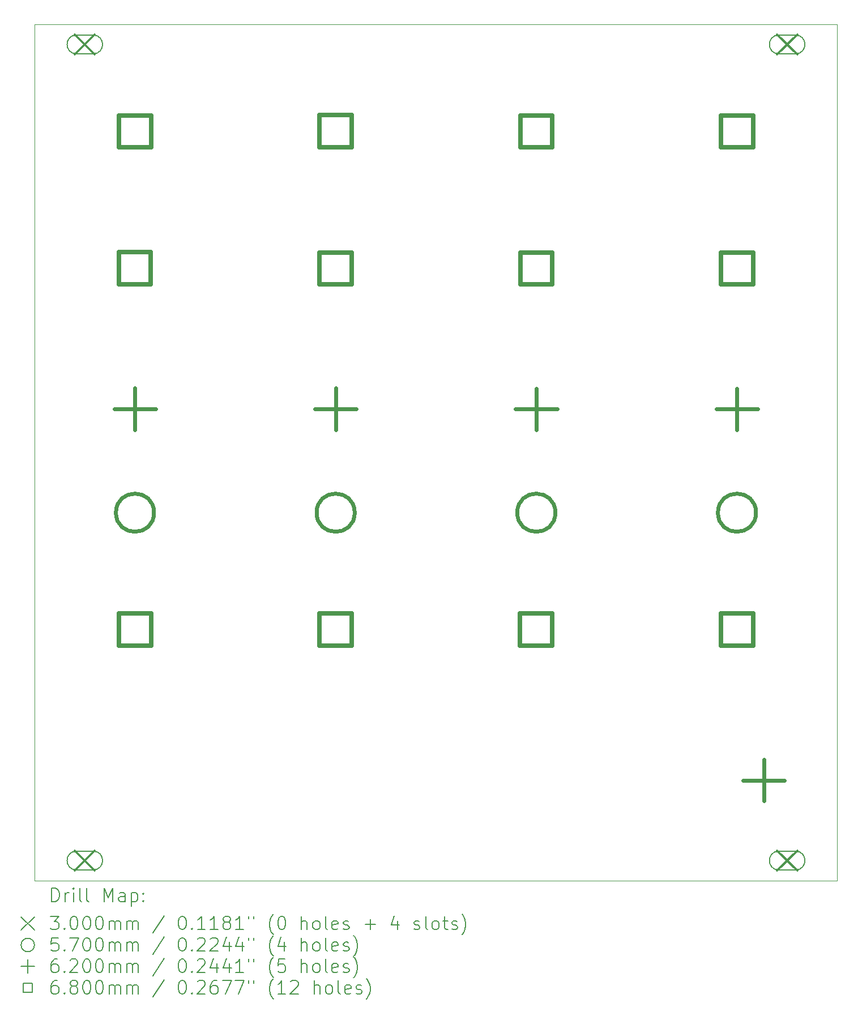
<source format=gbr>
%FSLAX45Y45*%
G04 Gerber Fmt 4.5, Leading zero omitted, Abs format (unit mm)*
G04 Created by KiCad (PCBNEW (6.0.1)) date 2022-09-12 08:21:26*
%MOMM*%
%LPD*%
G01*
G04 APERTURE LIST*
%TA.AperFunction,Profile*%
%ADD10C,0.050000*%
%TD*%
%ADD11C,0.200000*%
%ADD12C,0.300000*%
%ADD13C,0.570000*%
%ADD14C,0.620000*%
%ADD15C,0.680000*%
G04 APERTURE END LIST*
D10*
X5975000Y-2750000D02*
X5975000Y-15550000D01*
X5975000Y-2750000D02*
X17975000Y-2750000D01*
X17975000Y-2750000D02*
X17975000Y-15550000D01*
X17975000Y-15550000D02*
X5975000Y-15550000D01*
D11*
D12*
X6575000Y-2900000D02*
X6875000Y-3200000D01*
X6875000Y-2900000D02*
X6575000Y-3200000D01*
D11*
X6600000Y-3190000D02*
X6850000Y-3190000D01*
X6600000Y-2910000D02*
X6850000Y-2910000D01*
X6850000Y-3190000D02*
G75*
G03*
X6850000Y-2910000I0J140000D01*
G01*
X6600000Y-2910000D02*
G75*
G03*
X6600000Y-3190000I0J-140000D01*
G01*
D12*
X6575000Y-15100000D02*
X6875000Y-15400000D01*
X6875000Y-15100000D02*
X6575000Y-15400000D01*
D11*
X6600000Y-15390000D02*
X6850000Y-15390000D01*
X6600000Y-15110000D02*
X6850000Y-15110000D01*
X6850000Y-15390000D02*
G75*
G03*
X6850000Y-15110000I0J140000D01*
G01*
X6600000Y-15110000D02*
G75*
G03*
X6600000Y-15390000I0J-140000D01*
G01*
D12*
X17075000Y-2900000D02*
X17375000Y-3200000D01*
X17375000Y-2900000D02*
X17075000Y-3200000D01*
D11*
X17100000Y-3190000D02*
X17350000Y-3190000D01*
X17100000Y-2910000D02*
X17350000Y-2910000D01*
X17350000Y-3190000D02*
G75*
G03*
X17350000Y-2910000I0J140000D01*
G01*
X17100000Y-2910000D02*
G75*
G03*
X17100000Y-3190000I0J-140000D01*
G01*
D12*
X17075000Y-15100000D02*
X17375000Y-15400000D01*
X17375000Y-15100000D02*
X17075000Y-15400000D01*
D11*
X17100000Y-15390000D02*
X17350000Y-15390000D01*
X17100000Y-15110000D02*
X17350000Y-15110000D01*
X17350000Y-15390000D02*
G75*
G03*
X17350000Y-15110000I0J140000D01*
G01*
X17100000Y-15110000D02*
G75*
G03*
X17100000Y-15390000I0J-140000D01*
G01*
D13*
X7760000Y-10050000D02*
G75*
G03*
X7760000Y-10050000I-285000J0D01*
G01*
X10760000Y-10050000D02*
G75*
G03*
X10760000Y-10050000I-285000J0D01*
G01*
X13760000Y-10050000D02*
G75*
G03*
X13760000Y-10050000I-285000J0D01*
G01*
X16760000Y-10050000D02*
G75*
G03*
X16760000Y-10050000I-285000J0D01*
G01*
D14*
X7474159Y-8188890D02*
X7474159Y-8808890D01*
X7164159Y-8498890D02*
X7784159Y-8498890D01*
X10473923Y-8189293D02*
X10473923Y-8809293D01*
X10163923Y-8499293D02*
X10783923Y-8499293D01*
X13475000Y-8190000D02*
X13475000Y-8810000D01*
X13165000Y-8500000D02*
X13785000Y-8500000D01*
X16475000Y-8190000D02*
X16475000Y-8810000D01*
X16165000Y-8500000D02*
X16785000Y-8500000D01*
X16875000Y-13739764D02*
X16875000Y-14359764D01*
X16565000Y-14049764D02*
X17185000Y-14049764D01*
D15*
X7713264Y-6637659D02*
X7713264Y-6156822D01*
X7232427Y-6156822D01*
X7232427Y-6637659D01*
X7713264Y-6637659D01*
X7713871Y-4590250D02*
X7713871Y-4109412D01*
X7233033Y-4109412D01*
X7233033Y-4590250D01*
X7713871Y-4590250D01*
X7715419Y-12040419D02*
X7715419Y-11559581D01*
X7234581Y-11559581D01*
X7234581Y-12040419D01*
X7715419Y-12040419D01*
X10714882Y-6640318D02*
X10714882Y-6159480D01*
X10234045Y-6159480D01*
X10234045Y-6640318D01*
X10714882Y-6640318D01*
X10714925Y-12040049D02*
X10714925Y-11559211D01*
X10234088Y-11559211D01*
X10234088Y-12040049D01*
X10714925Y-12040049D01*
X10715351Y-4589510D02*
X10715351Y-4108673D01*
X10234514Y-4108673D01*
X10234514Y-4589510D01*
X10715351Y-4589510D01*
X13714443Y-12040082D02*
X13714443Y-11559245D01*
X13233606Y-11559245D01*
X13233606Y-12040082D01*
X13714443Y-12040082D01*
X13714679Y-4590284D02*
X13714679Y-4109447D01*
X13233842Y-4109447D01*
X13233842Y-4590284D01*
X13714679Y-4590284D01*
X13715216Y-6640049D02*
X13715216Y-6159211D01*
X13234379Y-6159211D01*
X13234379Y-6640049D01*
X13715216Y-6640049D01*
X16713936Y-12040318D02*
X16713936Y-11559480D01*
X16233099Y-11559480D01*
X16233099Y-12040318D01*
X16713936Y-12040318D01*
X16714072Y-4590217D02*
X16714072Y-4109380D01*
X16233235Y-4109380D01*
X16233235Y-4590217D01*
X16714072Y-4590217D01*
X16715295Y-6640172D02*
X16715295Y-6159335D01*
X16234458Y-6159335D01*
X16234458Y-6640172D01*
X16715295Y-6640172D01*
D11*
X6230119Y-15862976D02*
X6230119Y-15662976D01*
X6277738Y-15662976D01*
X6306309Y-15672500D01*
X6325357Y-15691548D01*
X6334881Y-15710595D01*
X6344405Y-15748690D01*
X6344405Y-15777262D01*
X6334881Y-15815357D01*
X6325357Y-15834405D01*
X6306309Y-15853452D01*
X6277738Y-15862976D01*
X6230119Y-15862976D01*
X6430119Y-15862976D02*
X6430119Y-15729643D01*
X6430119Y-15767738D02*
X6439643Y-15748690D01*
X6449167Y-15739167D01*
X6468214Y-15729643D01*
X6487262Y-15729643D01*
X6553928Y-15862976D02*
X6553928Y-15729643D01*
X6553928Y-15662976D02*
X6544405Y-15672500D01*
X6553928Y-15682024D01*
X6563452Y-15672500D01*
X6553928Y-15662976D01*
X6553928Y-15682024D01*
X6677738Y-15862976D02*
X6658690Y-15853452D01*
X6649167Y-15834405D01*
X6649167Y-15662976D01*
X6782500Y-15862976D02*
X6763452Y-15853452D01*
X6753928Y-15834405D01*
X6753928Y-15662976D01*
X7011071Y-15862976D02*
X7011071Y-15662976D01*
X7077738Y-15805833D01*
X7144405Y-15662976D01*
X7144405Y-15862976D01*
X7325357Y-15862976D02*
X7325357Y-15758214D01*
X7315833Y-15739167D01*
X7296786Y-15729643D01*
X7258690Y-15729643D01*
X7239643Y-15739167D01*
X7325357Y-15853452D02*
X7306309Y-15862976D01*
X7258690Y-15862976D01*
X7239643Y-15853452D01*
X7230119Y-15834405D01*
X7230119Y-15815357D01*
X7239643Y-15796309D01*
X7258690Y-15786786D01*
X7306309Y-15786786D01*
X7325357Y-15777262D01*
X7420595Y-15729643D02*
X7420595Y-15929643D01*
X7420595Y-15739167D02*
X7439643Y-15729643D01*
X7477738Y-15729643D01*
X7496786Y-15739167D01*
X7506309Y-15748690D01*
X7515833Y-15767738D01*
X7515833Y-15824881D01*
X7506309Y-15843928D01*
X7496786Y-15853452D01*
X7477738Y-15862976D01*
X7439643Y-15862976D01*
X7420595Y-15853452D01*
X7601548Y-15843928D02*
X7611071Y-15853452D01*
X7601548Y-15862976D01*
X7592024Y-15853452D01*
X7601548Y-15843928D01*
X7601548Y-15862976D01*
X7601548Y-15739167D02*
X7611071Y-15748690D01*
X7601548Y-15758214D01*
X7592024Y-15748690D01*
X7601548Y-15739167D01*
X7601548Y-15758214D01*
X5772500Y-16092500D02*
X5972500Y-16292500D01*
X5972500Y-16092500D02*
X5772500Y-16292500D01*
X6211071Y-16082976D02*
X6334881Y-16082976D01*
X6268214Y-16159167D01*
X6296786Y-16159167D01*
X6315833Y-16168690D01*
X6325357Y-16178214D01*
X6334881Y-16197262D01*
X6334881Y-16244881D01*
X6325357Y-16263928D01*
X6315833Y-16273452D01*
X6296786Y-16282976D01*
X6239643Y-16282976D01*
X6220595Y-16273452D01*
X6211071Y-16263928D01*
X6420595Y-16263928D02*
X6430119Y-16273452D01*
X6420595Y-16282976D01*
X6411071Y-16273452D01*
X6420595Y-16263928D01*
X6420595Y-16282976D01*
X6553928Y-16082976D02*
X6572976Y-16082976D01*
X6592024Y-16092500D01*
X6601548Y-16102024D01*
X6611071Y-16121071D01*
X6620595Y-16159167D01*
X6620595Y-16206786D01*
X6611071Y-16244881D01*
X6601548Y-16263928D01*
X6592024Y-16273452D01*
X6572976Y-16282976D01*
X6553928Y-16282976D01*
X6534881Y-16273452D01*
X6525357Y-16263928D01*
X6515833Y-16244881D01*
X6506309Y-16206786D01*
X6506309Y-16159167D01*
X6515833Y-16121071D01*
X6525357Y-16102024D01*
X6534881Y-16092500D01*
X6553928Y-16082976D01*
X6744405Y-16082976D02*
X6763452Y-16082976D01*
X6782500Y-16092500D01*
X6792024Y-16102024D01*
X6801548Y-16121071D01*
X6811071Y-16159167D01*
X6811071Y-16206786D01*
X6801548Y-16244881D01*
X6792024Y-16263928D01*
X6782500Y-16273452D01*
X6763452Y-16282976D01*
X6744405Y-16282976D01*
X6725357Y-16273452D01*
X6715833Y-16263928D01*
X6706309Y-16244881D01*
X6696786Y-16206786D01*
X6696786Y-16159167D01*
X6706309Y-16121071D01*
X6715833Y-16102024D01*
X6725357Y-16092500D01*
X6744405Y-16082976D01*
X6934881Y-16082976D02*
X6953928Y-16082976D01*
X6972976Y-16092500D01*
X6982500Y-16102024D01*
X6992024Y-16121071D01*
X7001548Y-16159167D01*
X7001548Y-16206786D01*
X6992024Y-16244881D01*
X6982500Y-16263928D01*
X6972976Y-16273452D01*
X6953928Y-16282976D01*
X6934881Y-16282976D01*
X6915833Y-16273452D01*
X6906309Y-16263928D01*
X6896786Y-16244881D01*
X6887262Y-16206786D01*
X6887262Y-16159167D01*
X6896786Y-16121071D01*
X6906309Y-16102024D01*
X6915833Y-16092500D01*
X6934881Y-16082976D01*
X7087262Y-16282976D02*
X7087262Y-16149643D01*
X7087262Y-16168690D02*
X7096786Y-16159167D01*
X7115833Y-16149643D01*
X7144405Y-16149643D01*
X7163452Y-16159167D01*
X7172976Y-16178214D01*
X7172976Y-16282976D01*
X7172976Y-16178214D02*
X7182500Y-16159167D01*
X7201548Y-16149643D01*
X7230119Y-16149643D01*
X7249167Y-16159167D01*
X7258690Y-16178214D01*
X7258690Y-16282976D01*
X7353928Y-16282976D02*
X7353928Y-16149643D01*
X7353928Y-16168690D02*
X7363452Y-16159167D01*
X7382500Y-16149643D01*
X7411071Y-16149643D01*
X7430119Y-16159167D01*
X7439643Y-16178214D01*
X7439643Y-16282976D01*
X7439643Y-16178214D02*
X7449167Y-16159167D01*
X7468214Y-16149643D01*
X7496786Y-16149643D01*
X7515833Y-16159167D01*
X7525357Y-16178214D01*
X7525357Y-16282976D01*
X7915833Y-16073452D02*
X7744405Y-16330595D01*
X8172976Y-16082976D02*
X8192024Y-16082976D01*
X8211071Y-16092500D01*
X8220595Y-16102024D01*
X8230119Y-16121071D01*
X8239643Y-16159167D01*
X8239643Y-16206786D01*
X8230119Y-16244881D01*
X8220595Y-16263928D01*
X8211071Y-16273452D01*
X8192024Y-16282976D01*
X8172976Y-16282976D01*
X8153928Y-16273452D01*
X8144405Y-16263928D01*
X8134881Y-16244881D01*
X8125357Y-16206786D01*
X8125357Y-16159167D01*
X8134881Y-16121071D01*
X8144405Y-16102024D01*
X8153928Y-16092500D01*
X8172976Y-16082976D01*
X8325357Y-16263928D02*
X8334881Y-16273452D01*
X8325357Y-16282976D01*
X8315833Y-16273452D01*
X8325357Y-16263928D01*
X8325357Y-16282976D01*
X8525357Y-16282976D02*
X8411071Y-16282976D01*
X8468214Y-16282976D02*
X8468214Y-16082976D01*
X8449167Y-16111548D01*
X8430119Y-16130595D01*
X8411071Y-16140119D01*
X8715833Y-16282976D02*
X8601548Y-16282976D01*
X8658690Y-16282976D02*
X8658690Y-16082976D01*
X8639643Y-16111548D01*
X8620595Y-16130595D01*
X8601548Y-16140119D01*
X8830119Y-16168690D02*
X8811071Y-16159167D01*
X8801548Y-16149643D01*
X8792024Y-16130595D01*
X8792024Y-16121071D01*
X8801548Y-16102024D01*
X8811071Y-16092500D01*
X8830119Y-16082976D01*
X8868214Y-16082976D01*
X8887262Y-16092500D01*
X8896786Y-16102024D01*
X8906310Y-16121071D01*
X8906310Y-16130595D01*
X8896786Y-16149643D01*
X8887262Y-16159167D01*
X8868214Y-16168690D01*
X8830119Y-16168690D01*
X8811071Y-16178214D01*
X8801548Y-16187738D01*
X8792024Y-16206786D01*
X8792024Y-16244881D01*
X8801548Y-16263928D01*
X8811071Y-16273452D01*
X8830119Y-16282976D01*
X8868214Y-16282976D01*
X8887262Y-16273452D01*
X8896786Y-16263928D01*
X8906310Y-16244881D01*
X8906310Y-16206786D01*
X8896786Y-16187738D01*
X8887262Y-16178214D01*
X8868214Y-16168690D01*
X9096786Y-16282976D02*
X8982500Y-16282976D01*
X9039643Y-16282976D02*
X9039643Y-16082976D01*
X9020595Y-16111548D01*
X9001548Y-16130595D01*
X8982500Y-16140119D01*
X9172976Y-16082976D02*
X9172976Y-16121071D01*
X9249167Y-16082976D02*
X9249167Y-16121071D01*
X9544405Y-16359167D02*
X9534881Y-16349643D01*
X9515833Y-16321071D01*
X9506310Y-16302024D01*
X9496786Y-16273452D01*
X9487262Y-16225833D01*
X9487262Y-16187738D01*
X9496786Y-16140119D01*
X9506310Y-16111548D01*
X9515833Y-16092500D01*
X9534881Y-16063928D01*
X9544405Y-16054405D01*
X9658690Y-16082976D02*
X9677738Y-16082976D01*
X9696786Y-16092500D01*
X9706310Y-16102024D01*
X9715833Y-16121071D01*
X9725357Y-16159167D01*
X9725357Y-16206786D01*
X9715833Y-16244881D01*
X9706310Y-16263928D01*
X9696786Y-16273452D01*
X9677738Y-16282976D01*
X9658690Y-16282976D01*
X9639643Y-16273452D01*
X9630119Y-16263928D01*
X9620595Y-16244881D01*
X9611071Y-16206786D01*
X9611071Y-16159167D01*
X9620595Y-16121071D01*
X9630119Y-16102024D01*
X9639643Y-16092500D01*
X9658690Y-16082976D01*
X9963452Y-16282976D02*
X9963452Y-16082976D01*
X10049167Y-16282976D02*
X10049167Y-16178214D01*
X10039643Y-16159167D01*
X10020595Y-16149643D01*
X9992024Y-16149643D01*
X9972976Y-16159167D01*
X9963452Y-16168690D01*
X10172976Y-16282976D02*
X10153929Y-16273452D01*
X10144405Y-16263928D01*
X10134881Y-16244881D01*
X10134881Y-16187738D01*
X10144405Y-16168690D01*
X10153929Y-16159167D01*
X10172976Y-16149643D01*
X10201548Y-16149643D01*
X10220595Y-16159167D01*
X10230119Y-16168690D01*
X10239643Y-16187738D01*
X10239643Y-16244881D01*
X10230119Y-16263928D01*
X10220595Y-16273452D01*
X10201548Y-16282976D01*
X10172976Y-16282976D01*
X10353929Y-16282976D02*
X10334881Y-16273452D01*
X10325357Y-16254405D01*
X10325357Y-16082976D01*
X10506310Y-16273452D02*
X10487262Y-16282976D01*
X10449167Y-16282976D01*
X10430119Y-16273452D01*
X10420595Y-16254405D01*
X10420595Y-16178214D01*
X10430119Y-16159167D01*
X10449167Y-16149643D01*
X10487262Y-16149643D01*
X10506310Y-16159167D01*
X10515833Y-16178214D01*
X10515833Y-16197262D01*
X10420595Y-16216309D01*
X10592024Y-16273452D02*
X10611071Y-16282976D01*
X10649167Y-16282976D01*
X10668214Y-16273452D01*
X10677738Y-16254405D01*
X10677738Y-16244881D01*
X10668214Y-16225833D01*
X10649167Y-16216309D01*
X10620595Y-16216309D01*
X10601548Y-16206786D01*
X10592024Y-16187738D01*
X10592024Y-16178214D01*
X10601548Y-16159167D01*
X10620595Y-16149643D01*
X10649167Y-16149643D01*
X10668214Y-16159167D01*
X10915833Y-16206786D02*
X11068214Y-16206786D01*
X10992024Y-16282976D02*
X10992024Y-16130595D01*
X11401548Y-16149643D02*
X11401548Y-16282976D01*
X11353928Y-16073452D02*
X11306309Y-16216309D01*
X11430119Y-16216309D01*
X11649167Y-16273452D02*
X11668214Y-16282976D01*
X11706309Y-16282976D01*
X11725357Y-16273452D01*
X11734881Y-16254405D01*
X11734881Y-16244881D01*
X11725357Y-16225833D01*
X11706309Y-16216309D01*
X11677738Y-16216309D01*
X11658690Y-16206786D01*
X11649167Y-16187738D01*
X11649167Y-16178214D01*
X11658690Y-16159167D01*
X11677738Y-16149643D01*
X11706309Y-16149643D01*
X11725357Y-16159167D01*
X11849167Y-16282976D02*
X11830119Y-16273452D01*
X11820595Y-16254405D01*
X11820595Y-16082976D01*
X11953928Y-16282976D02*
X11934881Y-16273452D01*
X11925357Y-16263928D01*
X11915833Y-16244881D01*
X11915833Y-16187738D01*
X11925357Y-16168690D01*
X11934881Y-16159167D01*
X11953928Y-16149643D01*
X11982500Y-16149643D01*
X12001548Y-16159167D01*
X12011071Y-16168690D01*
X12020595Y-16187738D01*
X12020595Y-16244881D01*
X12011071Y-16263928D01*
X12001548Y-16273452D01*
X11982500Y-16282976D01*
X11953928Y-16282976D01*
X12077738Y-16149643D02*
X12153928Y-16149643D01*
X12106309Y-16082976D02*
X12106309Y-16254405D01*
X12115833Y-16273452D01*
X12134881Y-16282976D01*
X12153928Y-16282976D01*
X12211071Y-16273452D02*
X12230119Y-16282976D01*
X12268214Y-16282976D01*
X12287262Y-16273452D01*
X12296786Y-16254405D01*
X12296786Y-16244881D01*
X12287262Y-16225833D01*
X12268214Y-16216309D01*
X12239643Y-16216309D01*
X12220595Y-16206786D01*
X12211071Y-16187738D01*
X12211071Y-16178214D01*
X12220595Y-16159167D01*
X12239643Y-16149643D01*
X12268214Y-16149643D01*
X12287262Y-16159167D01*
X12363452Y-16359167D02*
X12372976Y-16349643D01*
X12392024Y-16321071D01*
X12401548Y-16302024D01*
X12411071Y-16273452D01*
X12420595Y-16225833D01*
X12420595Y-16187738D01*
X12411071Y-16140119D01*
X12401548Y-16111548D01*
X12392024Y-16092500D01*
X12372976Y-16063928D01*
X12363452Y-16054405D01*
X5972500Y-16512500D02*
G75*
G03*
X5972500Y-16512500I-100000J0D01*
G01*
X6325357Y-16402976D02*
X6230119Y-16402976D01*
X6220595Y-16498214D01*
X6230119Y-16488690D01*
X6249167Y-16479167D01*
X6296786Y-16479167D01*
X6315833Y-16488690D01*
X6325357Y-16498214D01*
X6334881Y-16517262D01*
X6334881Y-16564881D01*
X6325357Y-16583928D01*
X6315833Y-16593452D01*
X6296786Y-16602976D01*
X6249167Y-16602976D01*
X6230119Y-16593452D01*
X6220595Y-16583928D01*
X6420595Y-16583928D02*
X6430119Y-16593452D01*
X6420595Y-16602976D01*
X6411071Y-16593452D01*
X6420595Y-16583928D01*
X6420595Y-16602976D01*
X6496786Y-16402976D02*
X6630119Y-16402976D01*
X6544405Y-16602976D01*
X6744405Y-16402976D02*
X6763452Y-16402976D01*
X6782500Y-16412500D01*
X6792024Y-16422024D01*
X6801548Y-16441071D01*
X6811071Y-16479167D01*
X6811071Y-16526786D01*
X6801548Y-16564881D01*
X6792024Y-16583928D01*
X6782500Y-16593452D01*
X6763452Y-16602976D01*
X6744405Y-16602976D01*
X6725357Y-16593452D01*
X6715833Y-16583928D01*
X6706309Y-16564881D01*
X6696786Y-16526786D01*
X6696786Y-16479167D01*
X6706309Y-16441071D01*
X6715833Y-16422024D01*
X6725357Y-16412500D01*
X6744405Y-16402976D01*
X6934881Y-16402976D02*
X6953928Y-16402976D01*
X6972976Y-16412500D01*
X6982500Y-16422024D01*
X6992024Y-16441071D01*
X7001548Y-16479167D01*
X7001548Y-16526786D01*
X6992024Y-16564881D01*
X6982500Y-16583928D01*
X6972976Y-16593452D01*
X6953928Y-16602976D01*
X6934881Y-16602976D01*
X6915833Y-16593452D01*
X6906309Y-16583928D01*
X6896786Y-16564881D01*
X6887262Y-16526786D01*
X6887262Y-16479167D01*
X6896786Y-16441071D01*
X6906309Y-16422024D01*
X6915833Y-16412500D01*
X6934881Y-16402976D01*
X7087262Y-16602976D02*
X7087262Y-16469643D01*
X7087262Y-16488690D02*
X7096786Y-16479167D01*
X7115833Y-16469643D01*
X7144405Y-16469643D01*
X7163452Y-16479167D01*
X7172976Y-16498214D01*
X7172976Y-16602976D01*
X7172976Y-16498214D02*
X7182500Y-16479167D01*
X7201548Y-16469643D01*
X7230119Y-16469643D01*
X7249167Y-16479167D01*
X7258690Y-16498214D01*
X7258690Y-16602976D01*
X7353928Y-16602976D02*
X7353928Y-16469643D01*
X7353928Y-16488690D02*
X7363452Y-16479167D01*
X7382500Y-16469643D01*
X7411071Y-16469643D01*
X7430119Y-16479167D01*
X7439643Y-16498214D01*
X7439643Y-16602976D01*
X7439643Y-16498214D02*
X7449167Y-16479167D01*
X7468214Y-16469643D01*
X7496786Y-16469643D01*
X7515833Y-16479167D01*
X7525357Y-16498214D01*
X7525357Y-16602976D01*
X7915833Y-16393452D02*
X7744405Y-16650595D01*
X8172976Y-16402976D02*
X8192024Y-16402976D01*
X8211071Y-16412500D01*
X8220595Y-16422024D01*
X8230119Y-16441071D01*
X8239643Y-16479167D01*
X8239643Y-16526786D01*
X8230119Y-16564881D01*
X8220595Y-16583928D01*
X8211071Y-16593452D01*
X8192024Y-16602976D01*
X8172976Y-16602976D01*
X8153928Y-16593452D01*
X8144405Y-16583928D01*
X8134881Y-16564881D01*
X8125357Y-16526786D01*
X8125357Y-16479167D01*
X8134881Y-16441071D01*
X8144405Y-16422024D01*
X8153928Y-16412500D01*
X8172976Y-16402976D01*
X8325357Y-16583928D02*
X8334881Y-16593452D01*
X8325357Y-16602976D01*
X8315833Y-16593452D01*
X8325357Y-16583928D01*
X8325357Y-16602976D01*
X8411071Y-16422024D02*
X8420595Y-16412500D01*
X8439643Y-16402976D01*
X8487262Y-16402976D01*
X8506310Y-16412500D01*
X8515833Y-16422024D01*
X8525357Y-16441071D01*
X8525357Y-16460119D01*
X8515833Y-16488690D01*
X8401548Y-16602976D01*
X8525357Y-16602976D01*
X8601548Y-16422024D02*
X8611071Y-16412500D01*
X8630119Y-16402976D01*
X8677738Y-16402976D01*
X8696786Y-16412500D01*
X8706310Y-16422024D01*
X8715833Y-16441071D01*
X8715833Y-16460119D01*
X8706310Y-16488690D01*
X8592024Y-16602976D01*
X8715833Y-16602976D01*
X8887262Y-16469643D02*
X8887262Y-16602976D01*
X8839643Y-16393452D02*
X8792024Y-16536309D01*
X8915833Y-16536309D01*
X9077738Y-16469643D02*
X9077738Y-16602976D01*
X9030119Y-16393452D02*
X8982500Y-16536309D01*
X9106310Y-16536309D01*
X9172976Y-16402976D02*
X9172976Y-16441071D01*
X9249167Y-16402976D02*
X9249167Y-16441071D01*
X9544405Y-16679167D02*
X9534881Y-16669643D01*
X9515833Y-16641071D01*
X9506310Y-16622024D01*
X9496786Y-16593452D01*
X9487262Y-16545833D01*
X9487262Y-16507738D01*
X9496786Y-16460119D01*
X9506310Y-16431548D01*
X9515833Y-16412500D01*
X9534881Y-16383928D01*
X9544405Y-16374405D01*
X9706310Y-16469643D02*
X9706310Y-16602976D01*
X9658690Y-16393452D02*
X9611071Y-16536309D01*
X9734881Y-16536309D01*
X9963452Y-16602976D02*
X9963452Y-16402976D01*
X10049167Y-16602976D02*
X10049167Y-16498214D01*
X10039643Y-16479167D01*
X10020595Y-16469643D01*
X9992024Y-16469643D01*
X9972976Y-16479167D01*
X9963452Y-16488690D01*
X10172976Y-16602976D02*
X10153929Y-16593452D01*
X10144405Y-16583928D01*
X10134881Y-16564881D01*
X10134881Y-16507738D01*
X10144405Y-16488690D01*
X10153929Y-16479167D01*
X10172976Y-16469643D01*
X10201548Y-16469643D01*
X10220595Y-16479167D01*
X10230119Y-16488690D01*
X10239643Y-16507738D01*
X10239643Y-16564881D01*
X10230119Y-16583928D01*
X10220595Y-16593452D01*
X10201548Y-16602976D01*
X10172976Y-16602976D01*
X10353929Y-16602976D02*
X10334881Y-16593452D01*
X10325357Y-16574405D01*
X10325357Y-16402976D01*
X10506310Y-16593452D02*
X10487262Y-16602976D01*
X10449167Y-16602976D01*
X10430119Y-16593452D01*
X10420595Y-16574405D01*
X10420595Y-16498214D01*
X10430119Y-16479167D01*
X10449167Y-16469643D01*
X10487262Y-16469643D01*
X10506310Y-16479167D01*
X10515833Y-16498214D01*
X10515833Y-16517262D01*
X10420595Y-16536309D01*
X10592024Y-16593452D02*
X10611071Y-16602976D01*
X10649167Y-16602976D01*
X10668214Y-16593452D01*
X10677738Y-16574405D01*
X10677738Y-16564881D01*
X10668214Y-16545833D01*
X10649167Y-16536309D01*
X10620595Y-16536309D01*
X10601548Y-16526786D01*
X10592024Y-16507738D01*
X10592024Y-16498214D01*
X10601548Y-16479167D01*
X10620595Y-16469643D01*
X10649167Y-16469643D01*
X10668214Y-16479167D01*
X10744405Y-16679167D02*
X10753929Y-16669643D01*
X10772976Y-16641071D01*
X10782500Y-16622024D01*
X10792024Y-16593452D01*
X10801548Y-16545833D01*
X10801548Y-16507738D01*
X10792024Y-16460119D01*
X10782500Y-16431548D01*
X10772976Y-16412500D01*
X10753929Y-16383928D01*
X10744405Y-16374405D01*
X5872500Y-16732500D02*
X5872500Y-16932500D01*
X5772500Y-16832500D02*
X5972500Y-16832500D01*
X6315833Y-16722976D02*
X6277738Y-16722976D01*
X6258690Y-16732500D01*
X6249167Y-16742024D01*
X6230119Y-16770595D01*
X6220595Y-16808690D01*
X6220595Y-16884881D01*
X6230119Y-16903929D01*
X6239643Y-16913452D01*
X6258690Y-16922976D01*
X6296786Y-16922976D01*
X6315833Y-16913452D01*
X6325357Y-16903929D01*
X6334881Y-16884881D01*
X6334881Y-16837262D01*
X6325357Y-16818214D01*
X6315833Y-16808690D01*
X6296786Y-16799167D01*
X6258690Y-16799167D01*
X6239643Y-16808690D01*
X6230119Y-16818214D01*
X6220595Y-16837262D01*
X6420595Y-16903929D02*
X6430119Y-16913452D01*
X6420595Y-16922976D01*
X6411071Y-16913452D01*
X6420595Y-16903929D01*
X6420595Y-16922976D01*
X6506309Y-16742024D02*
X6515833Y-16732500D01*
X6534881Y-16722976D01*
X6582500Y-16722976D01*
X6601548Y-16732500D01*
X6611071Y-16742024D01*
X6620595Y-16761071D01*
X6620595Y-16780119D01*
X6611071Y-16808690D01*
X6496786Y-16922976D01*
X6620595Y-16922976D01*
X6744405Y-16722976D02*
X6763452Y-16722976D01*
X6782500Y-16732500D01*
X6792024Y-16742024D01*
X6801548Y-16761071D01*
X6811071Y-16799167D01*
X6811071Y-16846786D01*
X6801548Y-16884881D01*
X6792024Y-16903929D01*
X6782500Y-16913452D01*
X6763452Y-16922976D01*
X6744405Y-16922976D01*
X6725357Y-16913452D01*
X6715833Y-16903929D01*
X6706309Y-16884881D01*
X6696786Y-16846786D01*
X6696786Y-16799167D01*
X6706309Y-16761071D01*
X6715833Y-16742024D01*
X6725357Y-16732500D01*
X6744405Y-16722976D01*
X6934881Y-16722976D02*
X6953928Y-16722976D01*
X6972976Y-16732500D01*
X6982500Y-16742024D01*
X6992024Y-16761071D01*
X7001548Y-16799167D01*
X7001548Y-16846786D01*
X6992024Y-16884881D01*
X6982500Y-16903929D01*
X6972976Y-16913452D01*
X6953928Y-16922976D01*
X6934881Y-16922976D01*
X6915833Y-16913452D01*
X6906309Y-16903929D01*
X6896786Y-16884881D01*
X6887262Y-16846786D01*
X6887262Y-16799167D01*
X6896786Y-16761071D01*
X6906309Y-16742024D01*
X6915833Y-16732500D01*
X6934881Y-16722976D01*
X7087262Y-16922976D02*
X7087262Y-16789643D01*
X7087262Y-16808690D02*
X7096786Y-16799167D01*
X7115833Y-16789643D01*
X7144405Y-16789643D01*
X7163452Y-16799167D01*
X7172976Y-16818214D01*
X7172976Y-16922976D01*
X7172976Y-16818214D02*
X7182500Y-16799167D01*
X7201548Y-16789643D01*
X7230119Y-16789643D01*
X7249167Y-16799167D01*
X7258690Y-16818214D01*
X7258690Y-16922976D01*
X7353928Y-16922976D02*
X7353928Y-16789643D01*
X7353928Y-16808690D02*
X7363452Y-16799167D01*
X7382500Y-16789643D01*
X7411071Y-16789643D01*
X7430119Y-16799167D01*
X7439643Y-16818214D01*
X7439643Y-16922976D01*
X7439643Y-16818214D02*
X7449167Y-16799167D01*
X7468214Y-16789643D01*
X7496786Y-16789643D01*
X7515833Y-16799167D01*
X7525357Y-16818214D01*
X7525357Y-16922976D01*
X7915833Y-16713452D02*
X7744405Y-16970595D01*
X8172976Y-16722976D02*
X8192024Y-16722976D01*
X8211071Y-16732500D01*
X8220595Y-16742024D01*
X8230119Y-16761071D01*
X8239643Y-16799167D01*
X8239643Y-16846786D01*
X8230119Y-16884881D01*
X8220595Y-16903929D01*
X8211071Y-16913452D01*
X8192024Y-16922976D01*
X8172976Y-16922976D01*
X8153928Y-16913452D01*
X8144405Y-16903929D01*
X8134881Y-16884881D01*
X8125357Y-16846786D01*
X8125357Y-16799167D01*
X8134881Y-16761071D01*
X8144405Y-16742024D01*
X8153928Y-16732500D01*
X8172976Y-16722976D01*
X8325357Y-16903929D02*
X8334881Y-16913452D01*
X8325357Y-16922976D01*
X8315833Y-16913452D01*
X8325357Y-16903929D01*
X8325357Y-16922976D01*
X8411071Y-16742024D02*
X8420595Y-16732500D01*
X8439643Y-16722976D01*
X8487262Y-16722976D01*
X8506310Y-16732500D01*
X8515833Y-16742024D01*
X8525357Y-16761071D01*
X8525357Y-16780119D01*
X8515833Y-16808690D01*
X8401548Y-16922976D01*
X8525357Y-16922976D01*
X8696786Y-16789643D02*
X8696786Y-16922976D01*
X8649167Y-16713452D02*
X8601548Y-16856310D01*
X8725357Y-16856310D01*
X8887262Y-16789643D02*
X8887262Y-16922976D01*
X8839643Y-16713452D02*
X8792024Y-16856310D01*
X8915833Y-16856310D01*
X9096786Y-16922976D02*
X8982500Y-16922976D01*
X9039643Y-16922976D02*
X9039643Y-16722976D01*
X9020595Y-16751548D01*
X9001548Y-16770595D01*
X8982500Y-16780119D01*
X9172976Y-16722976D02*
X9172976Y-16761071D01*
X9249167Y-16722976D02*
X9249167Y-16761071D01*
X9544405Y-16999167D02*
X9534881Y-16989643D01*
X9515833Y-16961071D01*
X9506310Y-16942024D01*
X9496786Y-16913452D01*
X9487262Y-16865833D01*
X9487262Y-16827738D01*
X9496786Y-16780119D01*
X9506310Y-16751548D01*
X9515833Y-16732500D01*
X9534881Y-16703928D01*
X9544405Y-16694405D01*
X9715833Y-16722976D02*
X9620595Y-16722976D01*
X9611071Y-16818214D01*
X9620595Y-16808690D01*
X9639643Y-16799167D01*
X9687262Y-16799167D01*
X9706310Y-16808690D01*
X9715833Y-16818214D01*
X9725357Y-16837262D01*
X9725357Y-16884881D01*
X9715833Y-16903929D01*
X9706310Y-16913452D01*
X9687262Y-16922976D01*
X9639643Y-16922976D01*
X9620595Y-16913452D01*
X9611071Y-16903929D01*
X9963452Y-16922976D02*
X9963452Y-16722976D01*
X10049167Y-16922976D02*
X10049167Y-16818214D01*
X10039643Y-16799167D01*
X10020595Y-16789643D01*
X9992024Y-16789643D01*
X9972976Y-16799167D01*
X9963452Y-16808690D01*
X10172976Y-16922976D02*
X10153929Y-16913452D01*
X10144405Y-16903929D01*
X10134881Y-16884881D01*
X10134881Y-16827738D01*
X10144405Y-16808690D01*
X10153929Y-16799167D01*
X10172976Y-16789643D01*
X10201548Y-16789643D01*
X10220595Y-16799167D01*
X10230119Y-16808690D01*
X10239643Y-16827738D01*
X10239643Y-16884881D01*
X10230119Y-16903929D01*
X10220595Y-16913452D01*
X10201548Y-16922976D01*
X10172976Y-16922976D01*
X10353929Y-16922976D02*
X10334881Y-16913452D01*
X10325357Y-16894405D01*
X10325357Y-16722976D01*
X10506310Y-16913452D02*
X10487262Y-16922976D01*
X10449167Y-16922976D01*
X10430119Y-16913452D01*
X10420595Y-16894405D01*
X10420595Y-16818214D01*
X10430119Y-16799167D01*
X10449167Y-16789643D01*
X10487262Y-16789643D01*
X10506310Y-16799167D01*
X10515833Y-16818214D01*
X10515833Y-16837262D01*
X10420595Y-16856310D01*
X10592024Y-16913452D02*
X10611071Y-16922976D01*
X10649167Y-16922976D01*
X10668214Y-16913452D01*
X10677738Y-16894405D01*
X10677738Y-16884881D01*
X10668214Y-16865833D01*
X10649167Y-16856310D01*
X10620595Y-16856310D01*
X10601548Y-16846786D01*
X10592024Y-16827738D01*
X10592024Y-16818214D01*
X10601548Y-16799167D01*
X10620595Y-16789643D01*
X10649167Y-16789643D01*
X10668214Y-16799167D01*
X10744405Y-16999167D02*
X10753929Y-16989643D01*
X10772976Y-16961071D01*
X10782500Y-16942024D01*
X10792024Y-16913452D01*
X10801548Y-16865833D01*
X10801548Y-16827738D01*
X10792024Y-16780119D01*
X10782500Y-16751548D01*
X10772976Y-16732500D01*
X10753929Y-16703928D01*
X10744405Y-16694405D01*
X5943211Y-17223211D02*
X5943211Y-17081789D01*
X5801789Y-17081789D01*
X5801789Y-17223211D01*
X5943211Y-17223211D01*
X6315833Y-17042976D02*
X6277738Y-17042976D01*
X6258690Y-17052500D01*
X6249167Y-17062024D01*
X6230119Y-17090595D01*
X6220595Y-17128690D01*
X6220595Y-17204881D01*
X6230119Y-17223929D01*
X6239643Y-17233452D01*
X6258690Y-17242976D01*
X6296786Y-17242976D01*
X6315833Y-17233452D01*
X6325357Y-17223929D01*
X6334881Y-17204881D01*
X6334881Y-17157262D01*
X6325357Y-17138214D01*
X6315833Y-17128690D01*
X6296786Y-17119167D01*
X6258690Y-17119167D01*
X6239643Y-17128690D01*
X6230119Y-17138214D01*
X6220595Y-17157262D01*
X6420595Y-17223929D02*
X6430119Y-17233452D01*
X6420595Y-17242976D01*
X6411071Y-17233452D01*
X6420595Y-17223929D01*
X6420595Y-17242976D01*
X6544405Y-17128690D02*
X6525357Y-17119167D01*
X6515833Y-17109643D01*
X6506309Y-17090595D01*
X6506309Y-17081071D01*
X6515833Y-17062024D01*
X6525357Y-17052500D01*
X6544405Y-17042976D01*
X6582500Y-17042976D01*
X6601548Y-17052500D01*
X6611071Y-17062024D01*
X6620595Y-17081071D01*
X6620595Y-17090595D01*
X6611071Y-17109643D01*
X6601548Y-17119167D01*
X6582500Y-17128690D01*
X6544405Y-17128690D01*
X6525357Y-17138214D01*
X6515833Y-17147738D01*
X6506309Y-17166786D01*
X6506309Y-17204881D01*
X6515833Y-17223929D01*
X6525357Y-17233452D01*
X6544405Y-17242976D01*
X6582500Y-17242976D01*
X6601548Y-17233452D01*
X6611071Y-17223929D01*
X6620595Y-17204881D01*
X6620595Y-17166786D01*
X6611071Y-17147738D01*
X6601548Y-17138214D01*
X6582500Y-17128690D01*
X6744405Y-17042976D02*
X6763452Y-17042976D01*
X6782500Y-17052500D01*
X6792024Y-17062024D01*
X6801548Y-17081071D01*
X6811071Y-17119167D01*
X6811071Y-17166786D01*
X6801548Y-17204881D01*
X6792024Y-17223929D01*
X6782500Y-17233452D01*
X6763452Y-17242976D01*
X6744405Y-17242976D01*
X6725357Y-17233452D01*
X6715833Y-17223929D01*
X6706309Y-17204881D01*
X6696786Y-17166786D01*
X6696786Y-17119167D01*
X6706309Y-17081071D01*
X6715833Y-17062024D01*
X6725357Y-17052500D01*
X6744405Y-17042976D01*
X6934881Y-17042976D02*
X6953928Y-17042976D01*
X6972976Y-17052500D01*
X6982500Y-17062024D01*
X6992024Y-17081071D01*
X7001548Y-17119167D01*
X7001548Y-17166786D01*
X6992024Y-17204881D01*
X6982500Y-17223929D01*
X6972976Y-17233452D01*
X6953928Y-17242976D01*
X6934881Y-17242976D01*
X6915833Y-17233452D01*
X6906309Y-17223929D01*
X6896786Y-17204881D01*
X6887262Y-17166786D01*
X6887262Y-17119167D01*
X6896786Y-17081071D01*
X6906309Y-17062024D01*
X6915833Y-17052500D01*
X6934881Y-17042976D01*
X7087262Y-17242976D02*
X7087262Y-17109643D01*
X7087262Y-17128690D02*
X7096786Y-17119167D01*
X7115833Y-17109643D01*
X7144405Y-17109643D01*
X7163452Y-17119167D01*
X7172976Y-17138214D01*
X7172976Y-17242976D01*
X7172976Y-17138214D02*
X7182500Y-17119167D01*
X7201548Y-17109643D01*
X7230119Y-17109643D01*
X7249167Y-17119167D01*
X7258690Y-17138214D01*
X7258690Y-17242976D01*
X7353928Y-17242976D02*
X7353928Y-17109643D01*
X7353928Y-17128690D02*
X7363452Y-17119167D01*
X7382500Y-17109643D01*
X7411071Y-17109643D01*
X7430119Y-17119167D01*
X7439643Y-17138214D01*
X7439643Y-17242976D01*
X7439643Y-17138214D02*
X7449167Y-17119167D01*
X7468214Y-17109643D01*
X7496786Y-17109643D01*
X7515833Y-17119167D01*
X7525357Y-17138214D01*
X7525357Y-17242976D01*
X7915833Y-17033452D02*
X7744405Y-17290595D01*
X8172976Y-17042976D02*
X8192024Y-17042976D01*
X8211071Y-17052500D01*
X8220595Y-17062024D01*
X8230119Y-17081071D01*
X8239643Y-17119167D01*
X8239643Y-17166786D01*
X8230119Y-17204881D01*
X8220595Y-17223929D01*
X8211071Y-17233452D01*
X8192024Y-17242976D01*
X8172976Y-17242976D01*
X8153928Y-17233452D01*
X8144405Y-17223929D01*
X8134881Y-17204881D01*
X8125357Y-17166786D01*
X8125357Y-17119167D01*
X8134881Y-17081071D01*
X8144405Y-17062024D01*
X8153928Y-17052500D01*
X8172976Y-17042976D01*
X8325357Y-17223929D02*
X8334881Y-17233452D01*
X8325357Y-17242976D01*
X8315833Y-17233452D01*
X8325357Y-17223929D01*
X8325357Y-17242976D01*
X8411071Y-17062024D02*
X8420595Y-17052500D01*
X8439643Y-17042976D01*
X8487262Y-17042976D01*
X8506310Y-17052500D01*
X8515833Y-17062024D01*
X8525357Y-17081071D01*
X8525357Y-17100119D01*
X8515833Y-17128690D01*
X8401548Y-17242976D01*
X8525357Y-17242976D01*
X8696786Y-17042976D02*
X8658690Y-17042976D01*
X8639643Y-17052500D01*
X8630119Y-17062024D01*
X8611071Y-17090595D01*
X8601548Y-17128690D01*
X8601548Y-17204881D01*
X8611071Y-17223929D01*
X8620595Y-17233452D01*
X8639643Y-17242976D01*
X8677738Y-17242976D01*
X8696786Y-17233452D01*
X8706310Y-17223929D01*
X8715833Y-17204881D01*
X8715833Y-17157262D01*
X8706310Y-17138214D01*
X8696786Y-17128690D01*
X8677738Y-17119167D01*
X8639643Y-17119167D01*
X8620595Y-17128690D01*
X8611071Y-17138214D01*
X8601548Y-17157262D01*
X8782500Y-17042976D02*
X8915833Y-17042976D01*
X8830119Y-17242976D01*
X8972976Y-17042976D02*
X9106310Y-17042976D01*
X9020595Y-17242976D01*
X9172976Y-17042976D02*
X9172976Y-17081071D01*
X9249167Y-17042976D02*
X9249167Y-17081071D01*
X9544405Y-17319167D02*
X9534881Y-17309643D01*
X9515833Y-17281071D01*
X9506310Y-17262024D01*
X9496786Y-17233452D01*
X9487262Y-17185833D01*
X9487262Y-17147738D01*
X9496786Y-17100119D01*
X9506310Y-17071548D01*
X9515833Y-17052500D01*
X9534881Y-17023929D01*
X9544405Y-17014405D01*
X9725357Y-17242976D02*
X9611071Y-17242976D01*
X9668214Y-17242976D02*
X9668214Y-17042976D01*
X9649167Y-17071548D01*
X9630119Y-17090595D01*
X9611071Y-17100119D01*
X9801548Y-17062024D02*
X9811071Y-17052500D01*
X9830119Y-17042976D01*
X9877738Y-17042976D01*
X9896786Y-17052500D01*
X9906310Y-17062024D01*
X9915833Y-17081071D01*
X9915833Y-17100119D01*
X9906310Y-17128690D01*
X9792024Y-17242976D01*
X9915833Y-17242976D01*
X10153929Y-17242976D02*
X10153929Y-17042976D01*
X10239643Y-17242976D02*
X10239643Y-17138214D01*
X10230119Y-17119167D01*
X10211071Y-17109643D01*
X10182500Y-17109643D01*
X10163452Y-17119167D01*
X10153929Y-17128690D01*
X10363452Y-17242976D02*
X10344405Y-17233452D01*
X10334881Y-17223929D01*
X10325357Y-17204881D01*
X10325357Y-17147738D01*
X10334881Y-17128690D01*
X10344405Y-17119167D01*
X10363452Y-17109643D01*
X10392024Y-17109643D01*
X10411071Y-17119167D01*
X10420595Y-17128690D01*
X10430119Y-17147738D01*
X10430119Y-17204881D01*
X10420595Y-17223929D01*
X10411071Y-17233452D01*
X10392024Y-17242976D01*
X10363452Y-17242976D01*
X10544405Y-17242976D02*
X10525357Y-17233452D01*
X10515833Y-17214405D01*
X10515833Y-17042976D01*
X10696786Y-17233452D02*
X10677738Y-17242976D01*
X10639643Y-17242976D01*
X10620595Y-17233452D01*
X10611071Y-17214405D01*
X10611071Y-17138214D01*
X10620595Y-17119167D01*
X10639643Y-17109643D01*
X10677738Y-17109643D01*
X10696786Y-17119167D01*
X10706310Y-17138214D01*
X10706310Y-17157262D01*
X10611071Y-17176310D01*
X10782500Y-17233452D02*
X10801548Y-17242976D01*
X10839643Y-17242976D01*
X10858690Y-17233452D01*
X10868214Y-17214405D01*
X10868214Y-17204881D01*
X10858690Y-17185833D01*
X10839643Y-17176310D01*
X10811071Y-17176310D01*
X10792024Y-17166786D01*
X10782500Y-17147738D01*
X10782500Y-17138214D01*
X10792024Y-17119167D01*
X10811071Y-17109643D01*
X10839643Y-17109643D01*
X10858690Y-17119167D01*
X10934881Y-17319167D02*
X10944405Y-17309643D01*
X10963452Y-17281071D01*
X10972976Y-17262024D01*
X10982500Y-17233452D01*
X10992024Y-17185833D01*
X10992024Y-17147738D01*
X10982500Y-17100119D01*
X10972976Y-17071548D01*
X10963452Y-17052500D01*
X10944405Y-17023929D01*
X10934881Y-17014405D01*
M02*

</source>
